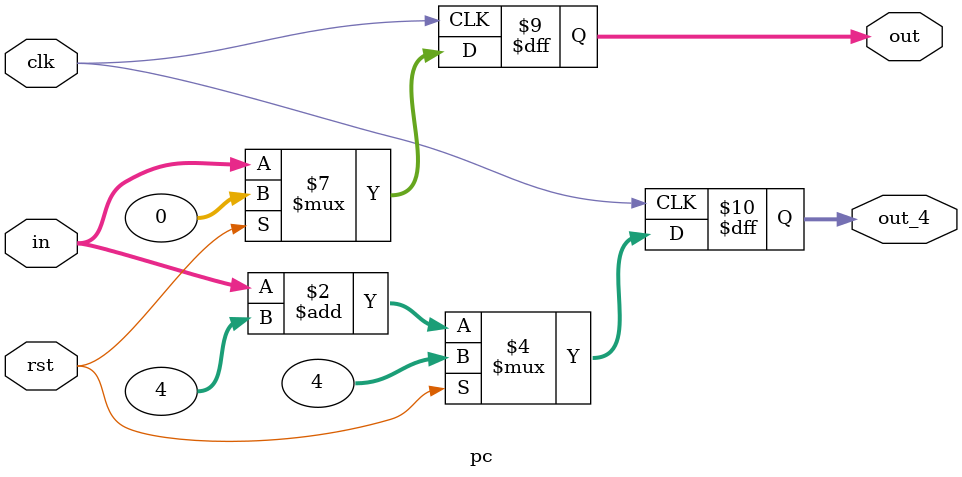
<source format=sv>
module pc (in,clk,rst,out_4,out);
	input logic [31:0] in;
	input logic clk,rst;
	output logic [31:0] out;
	output logic [31:0] out_4;
always_ff @(posedge clk)
begin 
	if(rst)
		begin
			out<=32'd0;
			out_4<=32'd4;
		end
	else
		begin
			out<=in;
			out_4<=in+32'd4;
		end
end

endmodule

</source>
